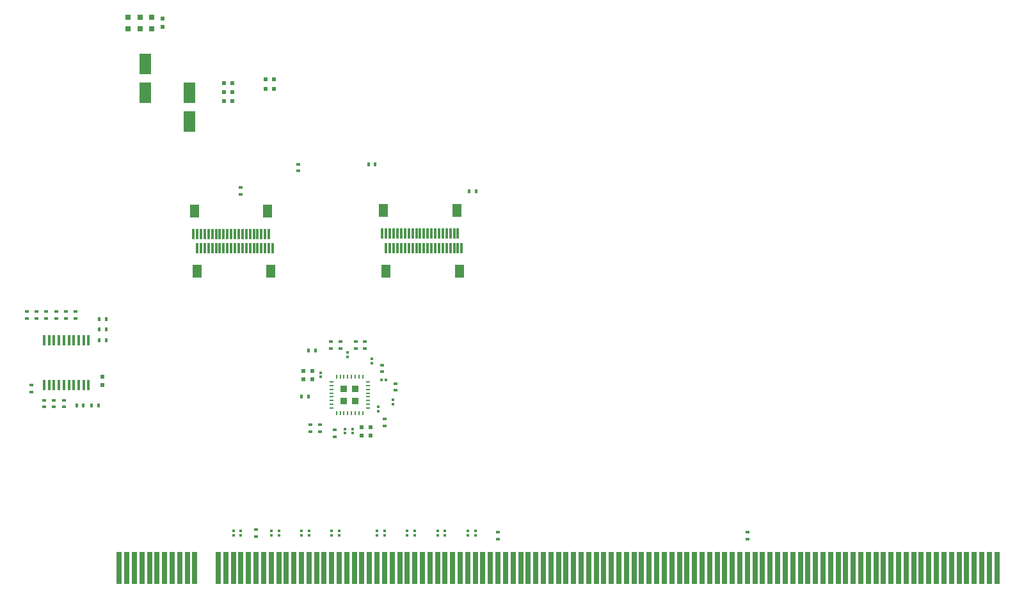
<source format=gbr>
%TF.GenerationSoftware,KiCad,Pcbnew,(5.1.5)-3*%
%TF.CreationDate,2022-01-08T01:18:32+01:00*%
%TF.ProjectId,Riser Leopard 2OU PCIe x16 2xOculink,52697365-7220-44c6-956f-706172642032,rev?*%
%TF.SameCoordinates,PX459e440PY54cbc38*%
%TF.FileFunction,Paste,Top*%
%TF.FilePolarity,Positive*%
%FSLAX46Y46*%
G04 Gerber Fmt 4.6, Leading zero omitted, Abs format (unit mm)*
G04 Created by KiCad (PCBNEW (5.1.5)-3) date 2022-01-08 01:18:32*
%MOMM*%
%LPD*%
G04 APERTURE LIST*
%ADD10R,0.800000X4.200000*%
%ADD11R,1.600000X2.800000*%
%ADD12R,0.600000X0.500000*%
%ADD13R,0.750000X0.800000*%
%ADD14R,0.500000X0.600000*%
%ADD15R,0.350000X0.300000*%
%ADD16R,0.300000X0.350000*%
%ADD17R,0.310000X1.400000*%
%ADD18R,1.200000X1.800000*%
%ADD19R,0.600000X0.400000*%
%ADD20R,0.400000X0.600000*%
%ADD21R,0.450000X1.450000*%
%ADD22R,0.930000X0.930000*%
%ADD23R,0.600000X0.250000*%
%ADD24R,0.250000X0.600000*%
G04 APERTURE END LIST*
D10*
%TO.C,J1*%
X74700000Y-46085000D03*
X77700000Y-46085000D03*
X85700000Y-46085000D03*
X97700000Y-46085000D03*
X86700000Y-46085000D03*
X89700000Y-46085000D03*
X73700000Y-46085000D03*
X80700000Y-46085000D03*
X91700000Y-46085000D03*
X93700000Y-46085000D03*
X81700000Y-46085000D03*
X75700000Y-46085000D03*
X87700000Y-46085000D03*
X94700000Y-46085000D03*
X95700000Y-46085000D03*
X84700000Y-46085000D03*
X90700000Y-46085000D03*
X83700000Y-46085000D03*
X79700000Y-46085000D03*
X76700000Y-46085000D03*
X82700000Y-46085000D03*
X99700000Y-46085000D03*
X98700000Y-46085000D03*
X88700000Y-46085000D03*
X78700000Y-46085000D03*
X92700000Y-46085000D03*
X96700000Y-46085000D03*
X72700000Y-46085000D03*
X64700000Y-46085000D03*
X58700000Y-46085000D03*
X60700000Y-46085000D03*
X56700000Y-46085000D03*
X50700000Y-46085000D03*
X48700000Y-46085000D03*
X40700000Y-46085000D03*
X55700000Y-46085000D03*
X46700000Y-46085000D03*
X42700000Y-46085000D03*
X54700000Y-46085000D03*
X44700000Y-46085000D03*
X41700000Y-46085000D03*
X52700000Y-46085000D03*
X71700000Y-46085000D03*
X70700000Y-46085000D03*
X69700000Y-46085000D03*
X68700000Y-46085000D03*
X59700000Y-46085000D03*
X57700000Y-46085000D03*
X51700000Y-46085000D03*
X49700000Y-46085000D03*
X66700000Y-46085000D03*
X67700000Y-46085000D03*
X45700000Y-46085000D03*
X61700000Y-46085000D03*
X53700000Y-46085000D03*
X43700000Y-46085000D03*
X65700000Y-46085000D03*
X47700000Y-46085000D03*
X63700000Y-46085000D03*
X62700000Y-46085000D03*
X29700000Y-46085000D03*
X16600000Y-46085000D03*
X36700000Y-46085000D03*
X35700000Y-46085000D03*
X34700000Y-46085000D03*
X33700000Y-46085000D03*
X31700000Y-46085000D03*
X30700000Y-46085000D03*
X39700000Y-46085000D03*
X38700000Y-46085000D03*
X32700000Y-46085000D03*
X37700000Y-46085000D03*
X21600000Y-46085000D03*
X24600000Y-46085000D03*
X23600000Y-46085000D03*
X19600000Y-46085000D03*
X22600000Y-46085000D03*
X20600000Y-46085000D03*
X25600000Y-46085000D03*
X26600000Y-46085000D03*
X17600000Y-46085000D03*
X18600000Y-46085000D03*
X100700000Y-46085000D03*
X101700000Y-46085000D03*
X102700000Y-46085000D03*
X103700000Y-46085000D03*
X104700000Y-46085000D03*
X105700000Y-46085000D03*
X106700000Y-46085000D03*
X107700000Y-46085000D03*
X108700000Y-46085000D03*
X109700000Y-46085000D03*
X110700000Y-46085000D03*
X111700000Y-46085000D03*
X112700000Y-46085000D03*
X113700000Y-46085000D03*
X114700000Y-46085000D03*
X115700000Y-46085000D03*
X116700000Y-46085000D03*
X117700000Y-46085000D03*
X118700000Y-46085000D03*
X119700000Y-46085000D03*
X120700000Y-46085000D03*
X121700000Y-46085000D03*
X122700000Y-46085000D03*
X123700000Y-46085000D03*
X124700000Y-46085000D03*
X125700000Y-46085000D03*
X126700000Y-46085000D03*
X127700000Y-46085000D03*
X128700000Y-46085000D03*
X129700000Y-46085000D03*
X130700000Y-46085000D03*
X131700000Y-46085000D03*
X132700000Y-46085000D03*
%TD*%
D11*
%TO.C,C1*%
X25875000Y12990000D03*
X25875000Y16790000D03*
%TD*%
D12*
%TO.C,C2*%
X30450000Y15690000D03*
X31550000Y15690000D03*
%TD*%
%TO.C,C3*%
X31540000Y16890000D03*
X30440000Y16890000D03*
%TD*%
%TO.C,C4*%
X30450000Y18090000D03*
X31550000Y18090000D03*
%TD*%
%TO.C,C5*%
X35950000Y18565000D03*
X37050000Y18565000D03*
%TD*%
%TO.C,C6*%
X37050000Y17365000D03*
X35950000Y17365000D03*
%TD*%
D11*
%TO.C,C7*%
X20075000Y16790000D03*
X20075000Y20590000D03*
%TD*%
D13*
%TO.C,C8*%
X20925000Y25315000D03*
X20925000Y26815000D03*
%TD*%
%TO.C,C9*%
X19325000Y26815000D03*
X19325000Y25315000D03*
%TD*%
%TO.C,C10*%
X17725000Y25315000D03*
X17725000Y26815000D03*
%TD*%
D14*
%TO.C,C11*%
X22350000Y26615000D03*
X22350000Y25515000D03*
%TD*%
%TO.C,C12*%
X14350000Y-21885000D03*
X14350000Y-20785000D03*
%TD*%
D15*
%TO.C,C13*%
X31700000Y-41205000D03*
X31700000Y-41765000D03*
%TD*%
%TO.C,C14*%
X36700000Y-41205000D03*
X36700000Y-41765000D03*
%TD*%
%TO.C,C15*%
X40700000Y-41205000D03*
X40700000Y-41765000D03*
%TD*%
%TO.C,C16*%
X44700000Y-41205000D03*
X44700000Y-41765000D03*
%TD*%
%TO.C,C17*%
X32700000Y-41765000D03*
X32700000Y-41205000D03*
%TD*%
%TO.C,C18*%
X37700000Y-41765000D03*
X37700000Y-41205000D03*
%TD*%
%TO.C,C19*%
X41700000Y-41765000D03*
X41700000Y-41205000D03*
%TD*%
%TO.C,C20*%
X45700000Y-41765000D03*
X45700000Y-41205000D03*
%TD*%
%TO.C,C21*%
X43275000Y-20255000D03*
X43275000Y-20815000D03*
%TD*%
D16*
%TO.C,C22*%
X51855000Y-21235000D03*
X51295000Y-21235000D03*
%TD*%
D15*
%TO.C,C23*%
X50825000Y-24755000D03*
X50825000Y-25315000D03*
%TD*%
D14*
%TO.C,C24*%
X42125000Y-21085000D03*
X42125000Y-19985000D03*
%TD*%
%TO.C,C25*%
X40925000Y-19985000D03*
X40925000Y-21085000D03*
%TD*%
%TO.C,C26*%
X49825000Y-27435000D03*
X49825000Y-28535000D03*
%TD*%
%TO.C,C27*%
X48625000Y-28535000D03*
X48625000Y-27435000D03*
%TD*%
D15*
%TO.C,C28*%
X50025000Y-18405000D03*
X50025000Y-18965000D03*
%TD*%
%TO.C,C29*%
X46425000Y-28265000D03*
X46425000Y-27705000D03*
%TD*%
%TO.C,C30*%
X50700000Y-41765000D03*
X50700000Y-41205000D03*
%TD*%
%TO.C,C31*%
X54700000Y-41765000D03*
X54700000Y-41205000D03*
%TD*%
%TO.C,C32*%
X58700000Y-41765000D03*
X58700000Y-41205000D03*
%TD*%
%TO.C,C33*%
X62700000Y-41765000D03*
X62700000Y-41205000D03*
%TD*%
%TO.C,C34*%
X51700000Y-41205000D03*
X51700000Y-41765000D03*
%TD*%
%TO.C,C35*%
X55700000Y-41205000D03*
X55700000Y-41765000D03*
%TD*%
%TO.C,C36*%
X59700000Y-41205000D03*
X59700000Y-41765000D03*
%TD*%
%TO.C,C37*%
X63700000Y-41205000D03*
X63700000Y-41765000D03*
%TD*%
%TO.C,C38*%
X52800000Y-24390000D03*
X52800000Y-23830000D03*
%TD*%
%TO.C,C39*%
X46825000Y-18115000D03*
X46825000Y-17555000D03*
%TD*%
%TO.C,C40*%
X47475000Y-27705000D03*
X47475000Y-28265000D03*
%TD*%
D17*
%TO.C,J3*%
X51900000Y-3730000D03*
X52400000Y-3730000D03*
X52900000Y-3730000D03*
X53400000Y-3730000D03*
X53900000Y-3730000D03*
X54400000Y-3730000D03*
X54900000Y-3730000D03*
X55400000Y-3730000D03*
X55900000Y-3730000D03*
X56400000Y-3730000D03*
X56900000Y-3730000D03*
X57400000Y-3730000D03*
X57900000Y-3730000D03*
X58400000Y-3730000D03*
X58900000Y-3730000D03*
X59400000Y-3730000D03*
X59900000Y-3730000D03*
X60400000Y-3730000D03*
X60900000Y-3730000D03*
X61400000Y-3730000D03*
X61900000Y-3730000D03*
X51400000Y-1830000D03*
X51900000Y-1830000D03*
X52400000Y-1830000D03*
X52900000Y-1830000D03*
X53400000Y-1830000D03*
X53900000Y-1830000D03*
X54400000Y-1830000D03*
X54900000Y-1830000D03*
X55400000Y-1830000D03*
X55900000Y-1830000D03*
X56400000Y-1830000D03*
X56900000Y-1830000D03*
X57400000Y-1830000D03*
X57900000Y-1830000D03*
X58400000Y-1830000D03*
X58900000Y-1830000D03*
X59400000Y-1830000D03*
X59900000Y-1830000D03*
X60400000Y-1830000D03*
X60900000Y-1830000D03*
X61400000Y-1830000D03*
D18*
X51900000Y-6780000D03*
X51550000Y1220000D03*
X61250000Y1220000D03*
X61600000Y-6780000D03*
%TD*%
%TO.C,J4*%
X36600000Y-6840000D03*
X36250000Y1160000D03*
X26550000Y1160000D03*
X26900000Y-6840000D03*
D17*
X36400000Y-1890000D03*
X35900000Y-1890000D03*
X35400000Y-1890000D03*
X34900000Y-1890000D03*
X34400000Y-1890000D03*
X33900000Y-1890000D03*
X33400000Y-1890000D03*
X32900000Y-1890000D03*
X32400000Y-1890000D03*
X31900000Y-1890000D03*
X31400000Y-1890000D03*
X30900000Y-1890000D03*
X30400000Y-1890000D03*
X29900000Y-1890000D03*
X29400000Y-1890000D03*
X28900000Y-1890000D03*
X28400000Y-1890000D03*
X27900000Y-1890000D03*
X27400000Y-1890000D03*
X26900000Y-1890000D03*
X26400000Y-1890000D03*
X36900000Y-3790000D03*
X36400000Y-3790000D03*
X35900000Y-3790000D03*
X35400000Y-3790000D03*
X34900000Y-3790000D03*
X34400000Y-3790000D03*
X33900000Y-3790000D03*
X33400000Y-3790000D03*
X32900000Y-3790000D03*
X32400000Y-3790000D03*
X31900000Y-3790000D03*
X31400000Y-3790000D03*
X30900000Y-3790000D03*
X30400000Y-3790000D03*
X29900000Y-3790000D03*
X29400000Y-3790000D03*
X28900000Y-3790000D03*
X28400000Y-3790000D03*
X27900000Y-3790000D03*
X27400000Y-3790000D03*
X26900000Y-3790000D03*
%TD*%
D19*
%TO.C,R1*%
X66700000Y-41385000D03*
X66700000Y-42285000D03*
%TD*%
%TO.C,R2*%
X99700000Y-41385000D03*
X99700000Y-42285000D03*
%TD*%
%TO.C,R3*%
X34700000Y-41935000D03*
X34700000Y-41035000D03*
%TD*%
D20*
%TO.C,R4*%
X12950000Y-24585000D03*
X13850000Y-24585000D03*
%TD*%
%TO.C,R5*%
X10950000Y-24585000D03*
X11850000Y-24585000D03*
%TD*%
D19*
%TO.C,R6*%
X9300000Y-23885000D03*
X9300000Y-24785000D03*
%TD*%
D20*
%TO.C,R7*%
X13975000Y-15985000D03*
X14875000Y-15985000D03*
%TD*%
%TO.C,R8*%
X14875000Y-14535000D03*
X13975000Y-14535000D03*
%TD*%
D19*
%TO.C,R9*%
X51375000Y-20110000D03*
X51375000Y-19210000D03*
%TD*%
D20*
%TO.C,R10*%
X14875000Y-13135000D03*
X13975000Y-13135000D03*
%TD*%
D19*
%TO.C,R11*%
X41923800Y-27135000D03*
X41923800Y-28035000D03*
%TD*%
%TO.C,R12*%
X43126200Y-28035000D03*
X43126200Y-27135000D03*
%TD*%
%TO.C,R13*%
X53150000Y-22585000D03*
X53150000Y-21685000D03*
%TD*%
%TO.C,R14*%
X10850000Y-13035000D03*
X10850000Y-12135000D03*
%TD*%
%TO.C,R15*%
X6950000Y-13035000D03*
X6950000Y-12135000D03*
%TD*%
%TO.C,R16*%
X32675000Y3390000D03*
X32675000Y4290000D03*
%TD*%
D20*
%TO.C,R17*%
X40725000Y-23435000D03*
X41625000Y-23435000D03*
%TD*%
D19*
%TO.C,R18*%
X5000000Y-22785000D03*
X5000000Y-21885000D03*
%TD*%
%TO.C,R19*%
X45125000Y-27835000D03*
X45125000Y-28735000D03*
%TD*%
%TO.C,R20*%
X51725000Y-26385000D03*
X51725000Y-27285000D03*
%TD*%
D20*
%TO.C,R21*%
X41625000Y-17335000D03*
X42525000Y-17335000D03*
%TD*%
D19*
%TO.C,R22*%
X9550000Y-13035000D03*
X9550000Y-12135000D03*
%TD*%
D20*
%TO.C,R23*%
X63800000Y3815000D03*
X62900000Y3815000D03*
%TD*%
D19*
%TO.C,R24*%
X8250000Y-13035000D03*
X8250000Y-12135000D03*
%TD*%
%TO.C,R25*%
X4350000Y-12135000D03*
X4350000Y-13035000D03*
%TD*%
%TO.C,R26*%
X5650000Y-12135000D03*
X5650000Y-13035000D03*
%TD*%
%TO.C,R27*%
X6650000Y-23885000D03*
X6650000Y-24785000D03*
%TD*%
%TO.C,R28*%
X7975000Y-23885000D03*
X7975000Y-24785000D03*
%TD*%
%TO.C,R29*%
X49125000Y-17035000D03*
X49125000Y-16135000D03*
%TD*%
%TO.C,R30*%
X47875000Y-16135000D03*
X47875000Y-17035000D03*
%TD*%
%TO.C,R31*%
X45825000Y-17035000D03*
X45825000Y-16135000D03*
%TD*%
%TO.C,R32*%
X44575000Y-16135000D03*
X44575000Y-17035000D03*
%TD*%
D20*
%TO.C,R33*%
X50475000Y7365000D03*
X49575000Y7365000D03*
%TD*%
D19*
%TO.C,R34*%
X40300000Y7365000D03*
X40300000Y6465000D03*
%TD*%
D21*
%TO.C,U1*%
X12525000Y-21885000D03*
X11875000Y-21885000D03*
X11225000Y-21885000D03*
X10575000Y-21885000D03*
X9925000Y-21885000D03*
X9275000Y-21885000D03*
X8625000Y-21885000D03*
X7975000Y-21885000D03*
X7325000Y-21885000D03*
X6675000Y-21885000D03*
X6675000Y-15985000D03*
X7325000Y-15985000D03*
X7975000Y-15985000D03*
X8625000Y-15985000D03*
X9275000Y-15985000D03*
X9925000Y-15985000D03*
X10575000Y-15985000D03*
X11225000Y-15985000D03*
X11875000Y-15985000D03*
X12525000Y-15985000D03*
%TD*%
D22*
%TO.C,U2*%
X46300000Y-23960000D03*
D23*
X49475000Y-21435000D03*
X49475000Y-21935000D03*
X49475000Y-22435000D03*
X49475000Y-22935000D03*
X49475000Y-23435000D03*
X49475000Y-23935000D03*
X49475000Y-24435000D03*
X49475000Y-24935000D03*
D24*
X48825000Y-25585000D03*
X48325000Y-25585000D03*
X47825000Y-25585000D03*
X47325000Y-25585000D03*
X46825000Y-25585000D03*
X46325000Y-25585000D03*
X45825000Y-25585000D03*
X45325000Y-25585000D03*
D23*
X44675000Y-24935000D03*
X44675000Y-24435000D03*
X44675000Y-23935000D03*
X44675000Y-23435000D03*
X44675000Y-22935000D03*
X44675000Y-22435000D03*
X44675000Y-21935000D03*
X44675000Y-21435000D03*
D24*
X45325000Y-20785000D03*
X45825000Y-20785000D03*
X46325000Y-20785000D03*
X46825000Y-20785000D03*
X47325000Y-20785000D03*
X47825000Y-20785000D03*
X48325000Y-20785000D03*
X48825000Y-20785000D03*
D22*
X47850000Y-23960000D03*
X47850000Y-22410000D03*
X46300000Y-22410000D03*
%TD*%
M02*

</source>
